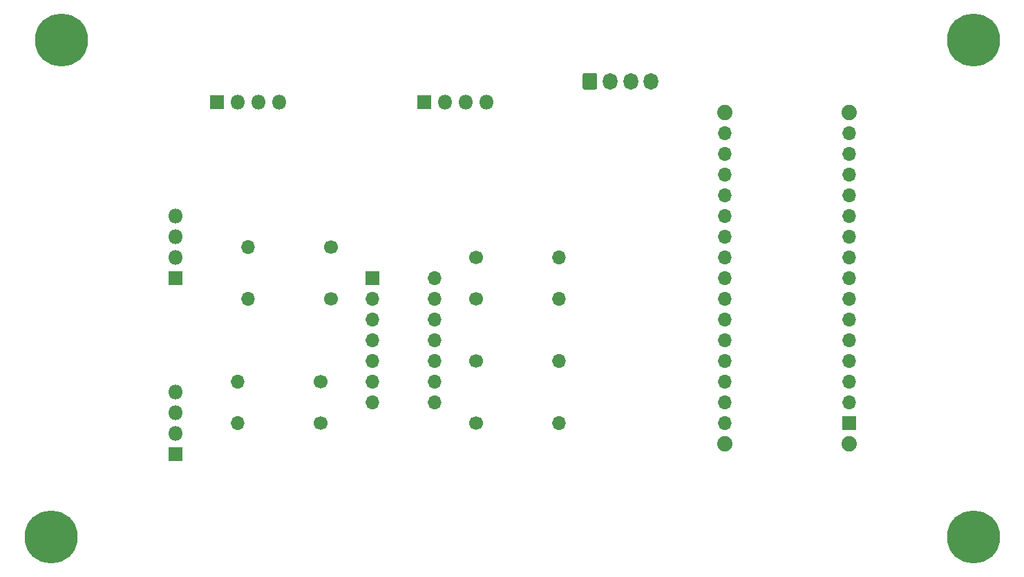
<source format=gbr>
%TF.GenerationSoftware,KiCad,Pcbnew,5.1.6-c6e7f7d~86~ubuntu18.04.1*%
%TF.CreationDate,2020-07-08T21:07:12-04:00*%
%TF.ProjectId,boo,626f6f2e-6b69-4636-9164-5f7063625858,rev?*%
%TF.SameCoordinates,Original*%
%TF.FileFunction,Soldermask,Bot*%
%TF.FilePolarity,Negative*%
%FSLAX46Y46*%
G04 Gerber Fmt 4.6, Leading zero omitted, Abs format (unit mm)*
G04 Created by KiCad (PCBNEW 5.1.6-c6e7f7d~86~ubuntu18.04.1) date 2020-07-08 21:07:12*
%MOMM*%
%LPD*%
G01*
G04 APERTURE LIST*
%ADD10O,1.700000X1.700000*%
%ADD11R,1.700000X1.700000*%
%ADD12C,1.700000*%
%ADD13R,1.800000X1.800000*%
%ADD14O,1.800000X1.800000*%
%ADD15O,1.800000X2.050000*%
%ADD16C,1.880000*%
%ADD17C,6.500000*%
G04 APERTURE END LIST*
D10*
%TO.C,U1*%
X430530000Y420370000D03*
X422910000Y405130000D03*
X430530000Y417830000D03*
X422910000Y407670000D03*
X430530000Y415290000D03*
X422910000Y410210000D03*
X430530000Y412750000D03*
X422910000Y412750000D03*
X430530000Y410210000D03*
X422910000Y415290000D03*
X430530000Y407670000D03*
X422910000Y417830000D03*
X430530000Y405130000D03*
D11*
X422910000Y420370000D03*
%TD*%
D10*
%TO.C,R8*%
X406400000Y407670000D03*
D12*
X416560000Y407670000D03*
%TD*%
D10*
%TO.C,R7*%
X406400000Y402590000D03*
D12*
X416560000Y402590000D03*
%TD*%
D10*
%TO.C,R6*%
X445770000Y410210000D03*
D12*
X435610000Y410210000D03*
%TD*%
D10*
%TO.C,R5*%
X445770000Y402590000D03*
D12*
X435610000Y402590000D03*
%TD*%
D10*
%TO.C,R4*%
X407670000Y417830000D03*
D12*
X417830000Y417830000D03*
%TD*%
D10*
%TO.C,R3*%
X407670000Y424180000D03*
D12*
X417830000Y424180000D03*
%TD*%
D10*
%TO.C,R2*%
X445770000Y417830000D03*
D12*
X435610000Y417830000D03*
%TD*%
D10*
%TO.C,R1*%
X445770000Y422910000D03*
D12*
X435610000Y422910000D03*
%TD*%
D13*
%TO.C,J1*%
X403860000Y441960000D03*
D14*
X406400000Y441960000D03*
X408940000Y441960000D03*
X411480000Y441960000D03*
%TD*%
%TO.C,J2*%
X398780000Y427990000D03*
X398780000Y425450000D03*
X398780000Y422910000D03*
D13*
X398780000Y420370000D03*
%TD*%
%TO.C,J3*%
X429260000Y441960000D03*
D14*
X431800000Y441960000D03*
X434340000Y441960000D03*
X436880000Y441960000D03*
%TD*%
%TO.C,J4*%
X398780000Y406400000D03*
X398780000Y403860000D03*
X398780000Y401320000D03*
D13*
X398780000Y398780000D03*
%TD*%
%TO.C,J5*%
G36*
G01*
X448680000Y443739706D02*
X448680000Y445260294D01*
G75*
G02*
X448944706Y445525000I264706J0D01*
G01*
X450215294Y445525000D01*
G75*
G02*
X450480000Y445260294I0J-264706D01*
G01*
X450480000Y443739706D01*
G75*
G02*
X450215294Y443475000I-264706J0D01*
G01*
X448944706Y443475000D01*
G75*
G02*
X448680000Y443739706I0J264706D01*
G01*
G37*
D15*
X452080000Y444500000D03*
X454580000Y444500000D03*
X457080000Y444500000D03*
%TD*%
D11*
%TO.C,A1*%
X481330000Y402590000D03*
D10*
X466090000Y435610000D03*
X481330000Y405130000D03*
X466090000Y433070000D03*
X481330000Y407670000D03*
X466090000Y430530000D03*
X481330000Y410210000D03*
X466090000Y427990000D03*
X481330000Y412750000D03*
X466090000Y425450000D03*
X481330000Y415290000D03*
X466090000Y422910000D03*
X481330000Y417830000D03*
X466090000Y420370000D03*
X481330000Y420370000D03*
X466090000Y417830000D03*
X481330000Y422910000D03*
X466090000Y415290000D03*
X481330000Y425450000D03*
X466090000Y412750000D03*
X481330000Y427990000D03*
X466090000Y410210000D03*
X481330000Y430530000D03*
X466090000Y407670000D03*
X481330000Y433070000D03*
X466090000Y405130000D03*
X481330000Y435610000D03*
X466090000Y402590000D03*
X481330000Y438150000D03*
X466090000Y438150000D03*
D16*
X481330000Y400050000D03*
X466090000Y400050000D03*
X466090000Y440690000D03*
X481330000Y440690000D03*
%TD*%
D17*
%TO.C,H1*%
X496570000Y449580000D03*
%TD*%
%TO.C,H2*%
X496570000Y388620000D03*
%TD*%
%TO.C,H3*%
X383540000Y388620000D03*
%TD*%
%TO.C,H4*%
X384810000Y449580000D03*
%TD*%
M02*

</source>
